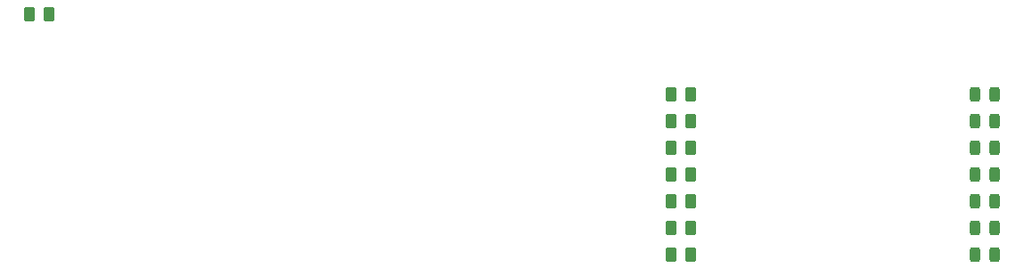
<source format=gbr>
%TF.GenerationSoftware,KiCad,Pcbnew,7.0.10*%
%TF.CreationDate,2024-11-22T18:49:45+05:30*%
%TF.ProjectId,test 3,74657374-2033-42e6-9b69-6361645f7063,rev?*%
%TF.SameCoordinates,Original*%
%TF.FileFunction,Paste,Top*%
%TF.FilePolarity,Positive*%
%FSLAX46Y46*%
G04 Gerber Fmt 4.6, Leading zero omitted, Abs format (unit mm)*
G04 Created by KiCad (PCBNEW 7.0.10) date 2024-11-22 18:49:45*
%MOMM*%
%LPD*%
G01*
G04 APERTURE LIST*
G04 Aperture macros list*
%AMRoundRect*
0 Rectangle with rounded corners*
0 $1 Rounding radius*
0 $2 $3 $4 $5 $6 $7 $8 $9 X,Y pos of 4 corners*
0 Add a 4 corners polygon primitive as box body*
4,1,4,$2,$3,$4,$5,$6,$7,$8,$9,$2,$3,0*
0 Add four circle primitives for the rounded corners*
1,1,$1+$1,$2,$3*
1,1,$1+$1,$4,$5*
1,1,$1+$1,$6,$7*
1,1,$1+$1,$8,$9*
0 Add four rect primitives between the rounded corners*
20,1,$1+$1,$2,$3,$4,$5,0*
20,1,$1+$1,$4,$5,$6,$7,0*
20,1,$1+$1,$6,$7,$8,$9,0*
20,1,$1+$1,$8,$9,$2,$3,0*%
G04 Aperture macros list end*
%ADD10RoundRect,0.250000X0.262500X0.450000X-0.262500X0.450000X-0.262500X-0.450000X0.262500X-0.450000X0*%
%ADD11RoundRect,0.250000X-0.262500X-0.450000X0.262500X-0.450000X0.262500X0.450000X-0.262500X0.450000X0*%
%ADD12RoundRect,0.243750X-0.243750X-0.456250X0.243750X-0.456250X0.243750X0.456250X-0.243750X0.456250X0*%
G04 APERTURE END LIST*
D10*
%TO.C,R6*%
X149860000Y-88900000D03*
X148035000Y-88900000D03*
%TD*%
D11*
%TO.C,R1*%
X87075000Y-76200000D03*
X88900000Y-76200000D03*
%TD*%
D10*
%TO.C,R2*%
X149860000Y-99060000D03*
X148035000Y-99060000D03*
%TD*%
%TO.C,R8*%
X149860000Y-83820000D03*
X148035000Y-83820000D03*
%TD*%
D12*
%TO.C,D1*%
X176862500Y-99060000D03*
X178737500Y-99060000D03*
%TD*%
D10*
%TO.C,R5*%
X149860000Y-91440000D03*
X148035000Y-91440000D03*
%TD*%
D12*
%TO.C,D6*%
X176862500Y-86360000D03*
X178737500Y-86360000D03*
%TD*%
%TO.C,D2*%
X176862500Y-96520000D03*
X178737500Y-96520000D03*
%TD*%
D10*
%TO.C,R4*%
X149860000Y-93980000D03*
X148035000Y-93980000D03*
%TD*%
D12*
%TO.C,D5*%
X176862500Y-88900000D03*
X178737500Y-88900000D03*
%TD*%
%TO.C,D7*%
X176862500Y-83820000D03*
X178737500Y-83820000D03*
%TD*%
%TO.C,D3*%
X176862500Y-93980000D03*
X178737500Y-93980000D03*
%TD*%
D10*
%TO.C,R7*%
X149860000Y-86360000D03*
X148035000Y-86360000D03*
%TD*%
%TO.C,R3*%
X149860000Y-96520000D03*
X148035000Y-96520000D03*
%TD*%
D12*
%TO.C,D4*%
X176862500Y-91440000D03*
X178737500Y-91440000D03*
%TD*%
M02*

</source>
